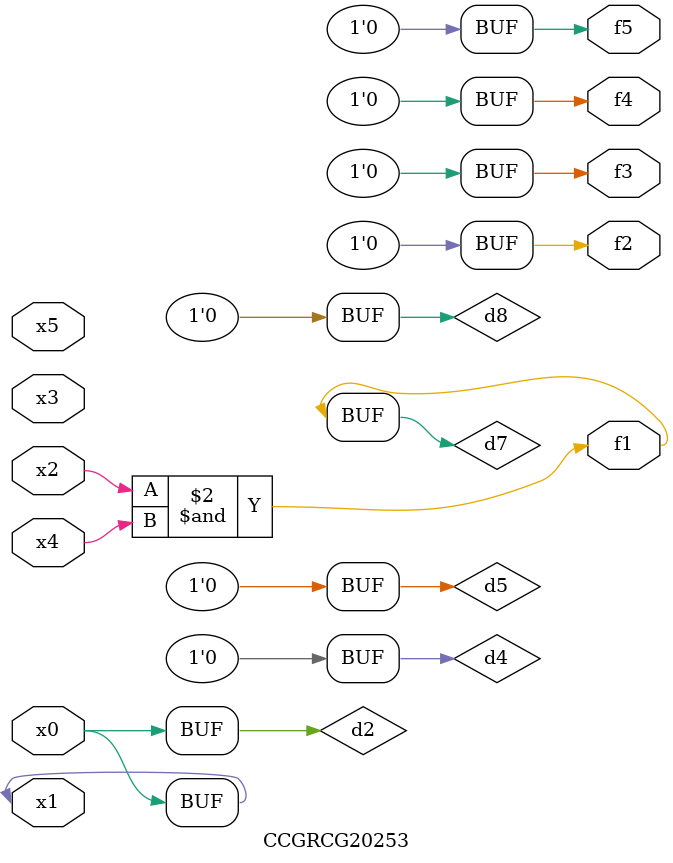
<source format=v>
module CCGRCG20253(
	input x0, x1, x2, x3, x4, x5,
	output f1, f2, f3, f4, f5
);

	wire d1, d2, d3, d4, d5, d6, d7, d8, d9;

	nand (d1, x1);
	buf (d2, x0, x1);
	nand (d3, x2, x4);
	and (d4, d1, d2);
	and (d5, d1, d2);
	nand (d6, d1, d3);
	not (d7, d3);
	xor (d8, d5);
	nor (d9, d5, d6);
	assign f1 = d7;
	assign f2 = d8;
	assign f3 = d8;
	assign f4 = d8;
	assign f5 = d8;
endmodule

</source>
